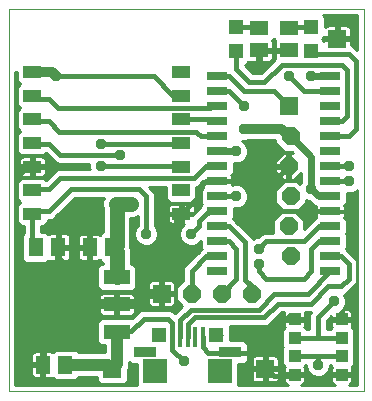
<source format=gtl>
G75*
%MOIN*%
%OFA0B0*%
%FSLAX25Y25*%
%IPPOS*%
%LPD*%
%AMOC8*
5,1,8,0,0,1.08239X$1,22.5*
%
%ADD10C,0.00000*%
%ADD11R,0.05118X0.05906*%
%ADD12R,0.06693X0.02559*%
%ADD13R,0.06000X0.06000*%
%ADD14OC8,0.06000*%
%ADD15R,0.04724X0.04724*%
%ADD16R,0.06299X0.05118*%
%ADD17R,0.05906X0.03937*%
%ADD18R,0.08800X0.04800*%
%ADD19R,0.08661X0.14173*%
%ADD20R,0.01575X0.06890*%
%ADD21R,0.07874X0.07874*%
%ADD22R,0.07600X0.03800*%
%ADD23R,0.03937X0.03937*%
%ADD24R,0.05118X0.06299*%
%ADD25C,0.03762*%
%ADD26C,0.05000*%
%ADD27C,0.02400*%
%ADD28C,0.03200*%
%ADD29C,0.04000*%
%ADD30C,0.01600*%
%ADD31C,0.01000*%
D10*
X0001000Y0004800D02*
X0001000Y0132261D01*
X0119301Y0132261D01*
X0119301Y0004800D01*
X0001000Y0004800D01*
X0048986Y0023622D02*
X0048988Y0023713D01*
X0048994Y0023803D01*
X0049004Y0023894D01*
X0049018Y0023983D01*
X0049036Y0024072D01*
X0049057Y0024161D01*
X0049083Y0024248D01*
X0049112Y0024334D01*
X0049146Y0024418D01*
X0049182Y0024501D01*
X0049223Y0024583D01*
X0049267Y0024662D01*
X0049314Y0024740D01*
X0049365Y0024815D01*
X0049419Y0024888D01*
X0049476Y0024958D01*
X0049536Y0025026D01*
X0049599Y0025092D01*
X0049665Y0025154D01*
X0049734Y0025213D01*
X0049805Y0025270D01*
X0049879Y0025323D01*
X0049955Y0025373D01*
X0050033Y0025420D01*
X0050113Y0025463D01*
X0050194Y0025502D01*
X0050278Y0025538D01*
X0050363Y0025570D01*
X0050449Y0025599D01*
X0050536Y0025623D01*
X0050625Y0025644D01*
X0050714Y0025661D01*
X0050804Y0025674D01*
X0050894Y0025683D01*
X0050985Y0025688D01*
X0051076Y0025689D01*
X0051166Y0025686D01*
X0051257Y0025679D01*
X0051347Y0025668D01*
X0051437Y0025653D01*
X0051526Y0025634D01*
X0051614Y0025612D01*
X0051700Y0025585D01*
X0051786Y0025555D01*
X0051870Y0025521D01*
X0051953Y0025483D01*
X0052034Y0025442D01*
X0052113Y0025397D01*
X0052190Y0025348D01*
X0052264Y0025297D01*
X0052337Y0025242D01*
X0052407Y0025184D01*
X0052474Y0025123D01*
X0052538Y0025059D01*
X0052600Y0024993D01*
X0052659Y0024923D01*
X0052714Y0024852D01*
X0052767Y0024777D01*
X0052816Y0024701D01*
X0052862Y0024623D01*
X0052904Y0024542D01*
X0052943Y0024460D01*
X0052978Y0024376D01*
X0053009Y0024291D01*
X0053036Y0024204D01*
X0053060Y0024117D01*
X0053080Y0024028D01*
X0053096Y0023939D01*
X0053108Y0023849D01*
X0053116Y0023758D01*
X0053120Y0023667D01*
X0053120Y0023577D01*
X0053116Y0023486D01*
X0053108Y0023395D01*
X0053096Y0023305D01*
X0053080Y0023216D01*
X0053060Y0023127D01*
X0053036Y0023040D01*
X0053009Y0022953D01*
X0052978Y0022868D01*
X0052943Y0022784D01*
X0052904Y0022702D01*
X0052862Y0022621D01*
X0052816Y0022543D01*
X0052767Y0022467D01*
X0052714Y0022392D01*
X0052659Y0022321D01*
X0052600Y0022251D01*
X0052538Y0022185D01*
X0052474Y0022121D01*
X0052407Y0022060D01*
X0052337Y0022002D01*
X0052264Y0021947D01*
X0052190Y0021896D01*
X0052113Y0021847D01*
X0052034Y0021802D01*
X0051953Y0021761D01*
X0051870Y0021723D01*
X0051786Y0021689D01*
X0051700Y0021659D01*
X0051614Y0021632D01*
X0051526Y0021610D01*
X0051437Y0021591D01*
X0051347Y0021576D01*
X0051257Y0021565D01*
X0051166Y0021558D01*
X0051076Y0021555D01*
X0050985Y0021556D01*
X0050894Y0021561D01*
X0050804Y0021570D01*
X0050714Y0021583D01*
X0050625Y0021600D01*
X0050536Y0021621D01*
X0050449Y0021645D01*
X0050363Y0021674D01*
X0050278Y0021706D01*
X0050194Y0021742D01*
X0050113Y0021781D01*
X0050033Y0021824D01*
X0049955Y0021871D01*
X0049879Y0021921D01*
X0049805Y0021974D01*
X0049734Y0022031D01*
X0049665Y0022090D01*
X0049599Y0022152D01*
X0049536Y0022218D01*
X0049476Y0022286D01*
X0049419Y0022356D01*
X0049365Y0022429D01*
X0049314Y0022504D01*
X0049267Y0022582D01*
X0049223Y0022661D01*
X0049182Y0022743D01*
X0049146Y0022826D01*
X0049112Y0022910D01*
X0049083Y0022996D01*
X0049057Y0023083D01*
X0049036Y0023172D01*
X0049018Y0023261D01*
X0049004Y0023350D01*
X0048994Y0023441D01*
X0048988Y0023531D01*
X0048986Y0023622D01*
X0068080Y0023622D02*
X0068082Y0023713D01*
X0068088Y0023803D01*
X0068098Y0023894D01*
X0068112Y0023983D01*
X0068130Y0024072D01*
X0068151Y0024161D01*
X0068177Y0024248D01*
X0068206Y0024334D01*
X0068240Y0024418D01*
X0068276Y0024501D01*
X0068317Y0024583D01*
X0068361Y0024662D01*
X0068408Y0024740D01*
X0068459Y0024815D01*
X0068513Y0024888D01*
X0068570Y0024958D01*
X0068630Y0025026D01*
X0068693Y0025092D01*
X0068759Y0025154D01*
X0068828Y0025213D01*
X0068899Y0025270D01*
X0068973Y0025323D01*
X0069049Y0025373D01*
X0069127Y0025420D01*
X0069207Y0025463D01*
X0069288Y0025502D01*
X0069372Y0025538D01*
X0069457Y0025570D01*
X0069543Y0025599D01*
X0069630Y0025623D01*
X0069719Y0025644D01*
X0069808Y0025661D01*
X0069898Y0025674D01*
X0069988Y0025683D01*
X0070079Y0025688D01*
X0070170Y0025689D01*
X0070260Y0025686D01*
X0070351Y0025679D01*
X0070441Y0025668D01*
X0070531Y0025653D01*
X0070620Y0025634D01*
X0070708Y0025612D01*
X0070794Y0025585D01*
X0070880Y0025555D01*
X0070964Y0025521D01*
X0071047Y0025483D01*
X0071128Y0025442D01*
X0071207Y0025397D01*
X0071284Y0025348D01*
X0071358Y0025297D01*
X0071431Y0025242D01*
X0071501Y0025184D01*
X0071568Y0025123D01*
X0071632Y0025059D01*
X0071694Y0024993D01*
X0071753Y0024923D01*
X0071808Y0024852D01*
X0071861Y0024777D01*
X0071910Y0024701D01*
X0071956Y0024623D01*
X0071998Y0024542D01*
X0072037Y0024460D01*
X0072072Y0024376D01*
X0072103Y0024291D01*
X0072130Y0024204D01*
X0072154Y0024117D01*
X0072174Y0024028D01*
X0072190Y0023939D01*
X0072202Y0023849D01*
X0072210Y0023758D01*
X0072214Y0023667D01*
X0072214Y0023577D01*
X0072210Y0023486D01*
X0072202Y0023395D01*
X0072190Y0023305D01*
X0072174Y0023216D01*
X0072154Y0023127D01*
X0072130Y0023040D01*
X0072103Y0022953D01*
X0072072Y0022868D01*
X0072037Y0022784D01*
X0071998Y0022702D01*
X0071956Y0022621D01*
X0071910Y0022543D01*
X0071861Y0022467D01*
X0071808Y0022392D01*
X0071753Y0022321D01*
X0071694Y0022251D01*
X0071632Y0022185D01*
X0071568Y0022121D01*
X0071501Y0022060D01*
X0071431Y0022002D01*
X0071358Y0021947D01*
X0071284Y0021896D01*
X0071207Y0021847D01*
X0071128Y0021802D01*
X0071047Y0021761D01*
X0070964Y0021723D01*
X0070880Y0021689D01*
X0070794Y0021659D01*
X0070708Y0021632D01*
X0070620Y0021610D01*
X0070531Y0021591D01*
X0070441Y0021576D01*
X0070351Y0021565D01*
X0070260Y0021558D01*
X0070170Y0021555D01*
X0070079Y0021556D01*
X0069988Y0021561D01*
X0069898Y0021570D01*
X0069808Y0021583D01*
X0069719Y0021600D01*
X0069630Y0021621D01*
X0069543Y0021645D01*
X0069457Y0021674D01*
X0069372Y0021706D01*
X0069288Y0021742D01*
X0069207Y0021781D01*
X0069127Y0021824D01*
X0069049Y0021871D01*
X0068973Y0021921D01*
X0068899Y0021974D01*
X0068828Y0022031D01*
X0068759Y0022090D01*
X0068693Y0022152D01*
X0068630Y0022218D01*
X0068570Y0022286D01*
X0068513Y0022356D01*
X0068459Y0022429D01*
X0068408Y0022504D01*
X0068361Y0022582D01*
X0068317Y0022661D01*
X0068276Y0022743D01*
X0068240Y0022826D01*
X0068206Y0022910D01*
X0068177Y0022996D01*
X0068151Y0023083D01*
X0068130Y0023172D01*
X0068112Y0023261D01*
X0068098Y0023350D01*
X0068088Y0023441D01*
X0068082Y0023531D01*
X0068080Y0023622D01*
D11*
X0035440Y0052800D03*
X0027960Y0052800D03*
X0019840Y0013700D03*
X0012360Y0013700D03*
D12*
X0070481Y0044800D03*
X0070481Y0049800D03*
X0070481Y0054800D03*
X0070481Y0059800D03*
X0070481Y0064800D03*
X0070481Y0069800D03*
X0070481Y0074800D03*
X0070481Y0079800D03*
X0070481Y0084800D03*
X0070481Y0089800D03*
X0070481Y0094800D03*
X0070481Y0099800D03*
X0070481Y0104800D03*
X0070481Y0109800D03*
X0108119Y0109800D03*
X0108119Y0104800D03*
X0108119Y0099800D03*
X0108119Y0094800D03*
X0108119Y0089800D03*
X0108119Y0084800D03*
X0108119Y0079800D03*
X0108119Y0074800D03*
X0108119Y0069800D03*
X0108119Y0064800D03*
X0108119Y0059800D03*
X0108119Y0054800D03*
X0108119Y0049800D03*
X0108119Y0044800D03*
D13*
X0086400Y0012300D03*
X0051900Y0037400D03*
X0035500Y0012300D03*
X0094300Y0099800D03*
X0110500Y0122300D03*
D14*
X0094925Y0089800D03*
X0094300Y0079800D03*
X0094925Y0069800D03*
X0094300Y0059800D03*
X0094925Y0049800D03*
X0081900Y0037400D03*
X0071900Y0037400D03*
X0061900Y0037400D03*
D15*
X0070148Y0023640D03*
X0051038Y0023640D03*
X0076800Y0118166D03*
X0076800Y0126434D03*
X0101800Y0126434D03*
X0101800Y0118166D03*
D16*
X0094300Y0118560D03*
X0094300Y0126040D03*
X0084300Y0126040D03*
X0084300Y0118560D03*
D17*
X0058434Y0111198D03*
X0058434Y0103324D03*
X0058434Y0095450D03*
X0058434Y0087576D03*
X0058434Y0079702D03*
X0058434Y0071828D03*
X0058434Y0063954D03*
X0008828Y0063954D03*
X0008828Y0071828D03*
X0008828Y0079702D03*
X0008828Y0087576D03*
X0008828Y0095450D03*
X0008828Y0103324D03*
X0008828Y0111198D03*
D18*
X0037000Y0042900D03*
X0037000Y0033800D03*
X0037000Y0024700D03*
D19*
X0012599Y0033800D03*
D20*
X0055482Y0022815D03*
X0058041Y0022815D03*
X0060600Y0022815D03*
X0063159Y0022815D03*
X0065718Y0022815D03*
D21*
X0071328Y0011693D03*
X0049872Y0011693D03*
D22*
X0046404Y0017900D03*
X0074781Y0017868D03*
D23*
X0096226Y0016650D03*
X0096226Y0022550D03*
X0096226Y0028850D03*
X0111974Y0028850D03*
X0111974Y0022550D03*
X0111974Y0016650D03*
X0111974Y0010350D03*
X0096226Y0010350D03*
D24*
X0017440Y0052800D03*
X0009960Y0052800D03*
D25*
X0024800Y0038100D03*
X0024800Y0033700D03*
X0024800Y0029300D03*
X0046800Y0057300D03*
X0041800Y0067300D03*
X0036800Y0067300D03*
X0031800Y0079800D03*
X0037900Y0083500D03*
X0031800Y0087300D03*
X0016800Y0109800D03*
X0061800Y0057300D03*
X0076800Y0069800D03*
X0076800Y0074800D03*
X0076800Y0084800D03*
X0076800Y0084800D03*
X0079300Y0092300D03*
X0084300Y0084800D03*
X0079300Y0099800D03*
X0084300Y0112300D03*
X0094300Y0109800D03*
X0101800Y0109800D03*
X0114300Y0079800D03*
X0114300Y0074800D03*
X0101800Y0072300D03*
X0084300Y0052300D03*
X0084300Y0047300D03*
X0109300Y0034800D03*
X0104100Y0013600D03*
X0059300Y0014800D03*
D26*
X0037000Y0042900D02*
X0037000Y0051240D01*
X0036900Y0053700D02*
X0036900Y0067200D01*
X0036800Y0067300D01*
X0041800Y0067300D01*
D27*
X0017440Y0049160D02*
X0024300Y0042300D01*
X0024300Y0029800D01*
X0024800Y0029300D01*
X0024800Y0033700D02*
X0024800Y0038100D01*
X0017440Y0049160D02*
X0017440Y0052800D01*
X0070481Y0084800D02*
X0076800Y0084800D01*
X0094925Y0089800D02*
X0101800Y0082925D01*
X0101800Y0072300D01*
X0104300Y0069800D01*
X0108119Y0069800D01*
X0108119Y0109800D02*
X0101800Y0109800D01*
X0084300Y0112300D02*
X0084300Y0118560D01*
D28*
X0079300Y0092300D02*
X0091800Y0092300D01*
X0094300Y0089800D01*
X0094925Y0089800D01*
X0051900Y0037400D02*
X0051800Y0037300D01*
X0046800Y0037300D01*
X0043300Y0033800D01*
X0037000Y0033800D01*
X0012599Y0033800D01*
X0016800Y0109800D02*
X0015402Y0111198D01*
X0008828Y0111198D01*
D29*
X0036900Y0053700D02*
X0036000Y0052800D01*
X0035440Y0052800D01*
X0037000Y0051240D01*
X0037000Y0024700D02*
X0037000Y0013800D01*
X0035500Y0012300D01*
X0034100Y0013700D01*
X0019840Y0013700D01*
D30*
X0012599Y0013700D02*
X0012599Y0033800D01*
X0003500Y0042899D01*
X0003500Y0076000D01*
X0007102Y0079702D01*
X0008828Y0079702D01*
X0009300Y0072300D02*
X0008828Y0071828D01*
X0009300Y0072300D02*
X0014300Y0072300D01*
X0017900Y0075900D01*
X0062700Y0075900D01*
X0066600Y0079800D01*
X0070481Y0079800D01*
X0070481Y0074800D02*
X0066800Y0074800D01*
X0064300Y0072300D01*
X0064300Y0069800D01*
X0058454Y0063954D01*
X0058434Y0063954D01*
X0056800Y0062320D01*
X0056800Y0059800D01*
X0051900Y0054900D01*
X0051900Y0037400D01*
X0053900Y0029100D02*
X0046100Y0029100D01*
X0041800Y0024800D01*
X0036800Y0024800D01*
X0053900Y0029100D02*
X0055482Y0027518D01*
X0055482Y0022815D01*
X0055482Y0018618D01*
X0059300Y0014800D01*
X0065718Y0019482D02*
X0067500Y0017700D01*
X0086400Y0017700D01*
X0086400Y0021900D01*
X0094300Y0029800D01*
X0095276Y0029800D01*
X0096226Y0028850D01*
X0090700Y0034100D02*
X0101800Y0034100D01*
X0107500Y0039800D01*
X0111800Y0039800D01*
X0114300Y0042300D01*
X0114300Y0047300D01*
X0111800Y0049800D01*
X0108119Y0049800D01*
X0108119Y0054800D02*
X0104300Y0054800D01*
X0101800Y0052300D01*
X0101800Y0044800D01*
X0099300Y0042300D01*
X0086800Y0042300D01*
X0084300Y0044800D01*
X0084300Y0047300D01*
X0084300Y0052300D02*
X0086800Y0054800D01*
X0099300Y0054800D01*
X0104300Y0059800D01*
X0108119Y0059800D01*
X0108119Y0064800D02*
X0091800Y0064800D01*
X0089300Y0067300D01*
X0089300Y0074800D01*
X0084300Y0079800D01*
X0084300Y0084800D01*
X0084300Y0082300D01*
X0076800Y0074800D01*
X0070481Y0074800D01*
X0070481Y0069800D02*
X0076800Y0069800D01*
X0070481Y0064800D02*
X0067000Y0064400D01*
X0064300Y0061700D01*
X0064300Y0059800D01*
X0061800Y0057300D01*
X0066800Y0049800D02*
X0070481Y0049800D01*
X0066800Y0049800D02*
X0061900Y0044900D01*
X0061900Y0037400D01*
X0061600Y0032100D02*
X0084300Y0032100D01*
X0089500Y0037300D01*
X0100619Y0037300D01*
X0108119Y0044800D01*
X0109300Y0034800D02*
X0104100Y0029600D01*
X0104100Y0022600D01*
X0096226Y0022550D01*
X0111974Y0022550D01*
X0111974Y0016650D02*
X0104100Y0016700D01*
X0096226Y0016650D01*
X0096226Y0010350D02*
X0095676Y0009800D01*
X0089300Y0009800D01*
X0086800Y0012300D01*
X0086400Y0012300D01*
X0086400Y0017700D01*
X0086100Y0029500D02*
X0090700Y0034100D01*
X0086100Y0029500D02*
X0062900Y0029500D01*
X0060700Y0027300D01*
X0060600Y0022815D01*
X0058041Y0022815D02*
X0057941Y0028541D01*
X0061600Y0032100D01*
X0065718Y0022815D02*
X0065718Y0019482D01*
X0071900Y0037400D02*
X0076800Y0042300D01*
X0076800Y0052300D01*
X0074300Y0054800D01*
X0070481Y0054800D01*
X0070481Y0059800D02*
X0074300Y0059800D01*
X0079600Y0054500D01*
X0079600Y0042100D01*
X0081900Y0039800D01*
X0081900Y0037400D01*
X0104100Y0016700D02*
X0104100Y0013600D01*
X0070181Y0064500D02*
X0070481Y0064800D01*
X0058434Y0079702D02*
X0058335Y0079800D01*
X0031800Y0079800D01*
X0037900Y0083500D02*
X0018000Y0083600D01*
X0014300Y0087300D01*
X0009103Y0087300D01*
X0008828Y0087576D01*
X0009477Y0094800D02*
X0008828Y0095450D01*
X0009477Y0094800D02*
X0014300Y0094800D01*
X0017700Y0091400D01*
X0063500Y0091400D01*
X0065100Y0089800D01*
X0070481Y0089800D01*
X0070481Y0094800D02*
X0069831Y0095450D01*
X0058434Y0095450D01*
X0058434Y0103324D02*
X0055776Y0103324D01*
X0049300Y0109800D01*
X0016800Y0109800D01*
X0014300Y0102300D02*
X0009851Y0102300D01*
X0008828Y0103324D01*
X0014300Y0102300D02*
X0017300Y0099300D01*
X0067900Y0099300D01*
X0068400Y0099800D01*
X0070481Y0099800D01*
X0070481Y0104800D02*
X0074300Y0104800D01*
X0079300Y0099800D01*
X0079300Y0104800D02*
X0089300Y0104800D01*
X0094300Y0099800D01*
X0099300Y0104800D02*
X0094300Y0109800D01*
X0091900Y0113600D02*
X0086200Y0107900D01*
X0081200Y0107900D01*
X0076800Y0112300D01*
X0076800Y0118166D01*
X0077700Y0126200D02*
X0084000Y0126200D01*
X0085000Y0118500D02*
X0094000Y0118500D01*
X0091900Y0113600D02*
X0112000Y0113600D01*
X0113600Y0112000D01*
X0113600Y0096500D01*
X0111900Y0094800D01*
X0108119Y0094800D01*
X0108119Y0089800D02*
X0114300Y0089800D01*
X0116800Y0092300D01*
X0116800Y0114800D01*
X0114300Y0117300D01*
X0101800Y0117300D01*
X0101800Y0118166D01*
X0101000Y0126300D02*
X0094700Y0126300D01*
X0099300Y0104800D02*
X0108119Y0104800D01*
X0108119Y0079800D02*
X0114300Y0079800D01*
X0114300Y0074800D02*
X0108119Y0074800D01*
X0094300Y0079800D02*
X0089300Y0074800D01*
X0079300Y0104800D02*
X0074300Y0109800D01*
X0070481Y0109800D01*
X0058434Y0087576D02*
X0058158Y0087300D01*
X0031800Y0087300D01*
X0021800Y0072300D02*
X0044300Y0072300D01*
X0046800Y0069800D01*
X0046800Y0057300D01*
X0027960Y0052800D02*
X0017440Y0052800D01*
X0009960Y0052800D02*
X0008828Y0053932D01*
X0008828Y0063954D01*
X0009674Y0064800D01*
X0014300Y0064800D01*
X0021800Y0072300D01*
X0012599Y0013700D02*
X0012360Y0013700D01*
D31*
X0011860Y0013653D02*
X0003100Y0013653D01*
X0003100Y0014651D02*
X0008301Y0014651D01*
X0008301Y0014200D02*
X0011860Y0014200D01*
X0011860Y0018153D01*
X0009603Y0018153D01*
X0009222Y0018051D01*
X0008880Y0017853D01*
X0008600Y0017574D01*
X0008403Y0017232D01*
X0008301Y0016850D01*
X0008301Y0014200D01*
X0008301Y0013200D02*
X0008301Y0010550D01*
X0008403Y0010168D01*
X0008600Y0009826D01*
X0008880Y0009547D01*
X0009222Y0009349D01*
X0009603Y0009247D01*
X0011860Y0009247D01*
X0011860Y0013200D01*
X0012860Y0013200D01*
X0012860Y0009247D01*
X0015116Y0009247D01*
X0015498Y0009349D01*
X0015632Y0009427D01*
X0016411Y0008647D01*
X0023269Y0008647D01*
X0024222Y0009600D01*
X0030400Y0009600D01*
X0030400Y0008430D01*
X0031630Y0007200D01*
X0039370Y0007200D01*
X0040600Y0008430D01*
X0040600Y0011777D01*
X0041100Y0012984D01*
X0041100Y0014534D01*
X0041734Y0013900D01*
X0043835Y0013900D01*
X0043835Y0006900D01*
X0003100Y0006900D01*
X0003100Y0111200D01*
X0003775Y0111200D01*
X0003775Y0108359D01*
X0004873Y0107261D01*
X0003775Y0106162D01*
X0003775Y0100485D01*
X0004873Y0099387D01*
X0003775Y0098288D01*
X0003775Y0092611D01*
X0004873Y0091513D01*
X0003775Y0090414D01*
X0003775Y0084737D01*
X0005005Y0083507D01*
X0012650Y0083507D01*
X0013321Y0084178D01*
X0015944Y0081555D01*
X0016345Y0081150D01*
X0016352Y0081147D01*
X0016357Y0081141D01*
X0016883Y0080924D01*
X0017409Y0080703D01*
X0017416Y0080703D01*
X0017423Y0080700D01*
X0017994Y0080700D01*
X0027843Y0080651D01*
X0027819Y0080592D01*
X0027819Y0079008D01*
X0027905Y0078800D01*
X0017323Y0078800D01*
X0016257Y0078358D01*
X0013223Y0075324D01*
X0012650Y0075896D01*
X0005005Y0075896D01*
X0003775Y0074666D01*
X0003775Y0068989D01*
X0004873Y0067891D01*
X0003775Y0066792D01*
X0003775Y0061115D01*
X0005005Y0059885D01*
X0005928Y0059885D01*
X0005928Y0057446D01*
X0005301Y0056819D01*
X0005301Y0048781D01*
X0006531Y0047550D01*
X0013389Y0047550D01*
X0014168Y0048330D01*
X0014302Y0048253D01*
X0014684Y0048150D01*
X0016940Y0048150D01*
X0016940Y0052300D01*
X0017940Y0052300D01*
X0017940Y0048150D01*
X0020197Y0048150D01*
X0020578Y0048253D01*
X0020920Y0048450D01*
X0021199Y0048729D01*
X0021397Y0049071D01*
X0021499Y0049453D01*
X0021499Y0052300D01*
X0017940Y0052300D01*
X0017940Y0053300D01*
X0016940Y0053300D01*
X0016940Y0057450D01*
X0014684Y0057450D01*
X0014302Y0057347D01*
X0014168Y0057270D01*
X0013389Y0058050D01*
X0011728Y0058050D01*
X0011728Y0059885D01*
X0012650Y0059885D01*
X0013880Y0061115D01*
X0013880Y0061900D01*
X0014877Y0061900D01*
X0015943Y0062341D01*
X0016758Y0063157D01*
X0023001Y0069400D01*
X0032691Y0069400D01*
X0032200Y0068215D01*
X0032200Y0066385D01*
X0032300Y0066144D01*
X0032300Y0057853D01*
X0032011Y0057853D01*
X0031232Y0057073D01*
X0031098Y0057151D01*
X0030716Y0057253D01*
X0028460Y0057253D01*
X0028460Y0053300D01*
X0027460Y0053300D01*
X0027460Y0057253D01*
X0025203Y0057253D01*
X0024822Y0057151D01*
X0024480Y0056953D01*
X0024200Y0056674D01*
X0024003Y0056332D01*
X0023901Y0055950D01*
X0023901Y0053300D01*
X0027460Y0053300D01*
X0027460Y0052300D01*
X0028460Y0052300D01*
X0028460Y0048347D01*
X0030716Y0048347D01*
X0031098Y0048449D01*
X0031232Y0048527D01*
X0032011Y0047747D01*
X0032400Y0047747D01*
X0032400Y0047400D01*
X0031730Y0047400D01*
X0030500Y0046170D01*
X0030500Y0039630D01*
X0031730Y0038400D01*
X0035844Y0038400D01*
X0036085Y0038300D01*
X0037915Y0038300D01*
X0038156Y0038400D01*
X0042270Y0038400D01*
X0043500Y0039630D01*
X0043500Y0046170D01*
X0042270Y0047400D01*
X0041600Y0047400D01*
X0041600Y0052155D01*
X0041420Y0052591D01*
X0041500Y0052785D01*
X0041500Y0062700D01*
X0042715Y0062700D01*
X0043900Y0063191D01*
X0043900Y0060030D01*
X0043425Y0059555D01*
X0042819Y0058092D01*
X0042819Y0056508D01*
X0043425Y0055045D01*
X0044545Y0053925D01*
X0046008Y0053319D01*
X0047592Y0053319D01*
X0049055Y0053925D01*
X0050175Y0055045D01*
X0050781Y0056508D01*
X0050781Y0058092D01*
X0050175Y0059555D01*
X0049700Y0060030D01*
X0049700Y0070377D01*
X0049258Y0071443D01*
X0048443Y0072258D01*
X0047701Y0073000D01*
X0053381Y0073000D01*
X0053381Y0068989D01*
X0054611Y0067759D01*
X0062256Y0067759D01*
X0063487Y0068989D01*
X0063487Y0073087D01*
X0064343Y0073441D01*
X0065158Y0074257D01*
X0065158Y0074257D01*
X0065841Y0074940D01*
X0070341Y0074940D01*
X0070341Y0074660D01*
X0065635Y0074660D01*
X0065635Y0073323D01*
X0065737Y0072941D01*
X0065843Y0072758D01*
X0065035Y0071949D01*
X0065035Y0067651D01*
X0065385Y0067300D01*
X0065035Y0066949D01*
X0065035Y0066588D01*
X0064832Y0066333D01*
X0061968Y0063469D01*
X0058918Y0063469D01*
X0058918Y0060485D01*
X0059355Y0060485D01*
X0058425Y0059555D01*
X0057819Y0058092D01*
X0057819Y0056508D01*
X0058425Y0055045D01*
X0059545Y0053925D01*
X0061008Y0053319D01*
X0062592Y0053319D01*
X0064055Y0053925D01*
X0065035Y0054905D01*
X0065035Y0052651D01*
X0065348Y0052337D01*
X0065157Y0052258D01*
X0064341Y0051443D01*
X0059441Y0046543D01*
X0059000Y0045477D01*
X0059000Y0041712D01*
X0056800Y0039512D01*
X0056800Y0035288D01*
X0058732Y0033356D01*
X0056299Y0030989D01*
X0056256Y0030970D01*
X0056194Y0030907D01*
X0055543Y0031558D01*
X0054477Y0032000D01*
X0045523Y0032000D01*
X0044457Y0031558D01*
X0042099Y0029200D01*
X0031730Y0029200D01*
X0030500Y0027970D01*
X0030500Y0021430D01*
X0031730Y0020200D01*
X0032900Y0020200D01*
X0032900Y0017800D01*
X0024222Y0017800D01*
X0023269Y0018753D01*
X0016411Y0018753D01*
X0015632Y0017973D01*
X0015498Y0018051D01*
X0015116Y0018153D01*
X0012860Y0018153D01*
X0012860Y0014200D01*
X0011860Y0014200D01*
X0011860Y0013200D01*
X0008301Y0013200D01*
X0008301Y0012654D02*
X0003100Y0012654D01*
X0003100Y0011656D02*
X0008301Y0011656D01*
X0008301Y0010657D02*
X0003100Y0010657D01*
X0003100Y0009659D02*
X0008768Y0009659D01*
X0011860Y0009659D02*
X0012860Y0009659D01*
X0012860Y0010657D02*
X0011860Y0010657D01*
X0011860Y0011656D02*
X0012860Y0011656D01*
X0012860Y0012654D02*
X0011860Y0012654D01*
X0011860Y0014651D02*
X0012860Y0014651D01*
X0012860Y0015650D02*
X0011860Y0015650D01*
X0011860Y0016648D02*
X0012860Y0016648D01*
X0012860Y0017647D02*
X0011860Y0017647D01*
X0008673Y0017647D02*
X0003100Y0017647D01*
X0003100Y0018645D02*
X0016304Y0018645D01*
X0023377Y0018645D02*
X0032900Y0018645D01*
X0032900Y0019644D02*
X0003100Y0019644D01*
X0003100Y0020642D02*
X0031288Y0020642D01*
X0030500Y0021641D02*
X0003100Y0021641D01*
X0003100Y0022639D02*
X0030500Y0022639D01*
X0030500Y0023638D02*
X0003100Y0023638D01*
X0003100Y0024636D02*
X0030500Y0024636D01*
X0030500Y0025635D02*
X0003100Y0025635D01*
X0003100Y0026633D02*
X0030500Y0026633D01*
X0030500Y0027632D02*
X0003100Y0027632D01*
X0003100Y0028630D02*
X0031160Y0028630D01*
X0032021Y0030002D02*
X0032403Y0029900D01*
X0036500Y0029900D01*
X0036500Y0033300D01*
X0037500Y0033300D01*
X0037500Y0034300D01*
X0036500Y0034300D01*
X0036500Y0037700D01*
X0032403Y0037700D01*
X0032021Y0037598D01*
X0031679Y0037400D01*
X0031400Y0037121D01*
X0031202Y0036779D01*
X0031100Y0036397D01*
X0031100Y0034300D01*
X0036500Y0034300D01*
X0036500Y0033300D01*
X0031100Y0033300D01*
X0031100Y0031203D01*
X0031202Y0030821D01*
X0031400Y0030479D01*
X0031679Y0030200D01*
X0032021Y0030002D01*
X0031314Y0030627D02*
X0003100Y0030627D01*
X0003100Y0029629D02*
X0042528Y0029629D01*
X0042321Y0030200D02*
X0042600Y0030479D01*
X0042798Y0030821D01*
X0042900Y0031203D01*
X0042900Y0033300D01*
X0037500Y0033300D01*
X0037500Y0029900D01*
X0041597Y0029900D01*
X0041979Y0030002D01*
X0042321Y0030200D01*
X0042686Y0030627D02*
X0043526Y0030627D01*
X0042900Y0031626D02*
X0044620Y0031626D01*
X0042900Y0032624D02*
X0057980Y0032624D01*
X0058465Y0033623D02*
X0056183Y0033623D01*
X0056100Y0033479D02*
X0056298Y0033821D01*
X0056400Y0034203D01*
X0056400Y0036900D01*
X0052400Y0036900D01*
X0052400Y0037900D01*
X0051400Y0037900D01*
X0051400Y0041900D01*
X0048703Y0041900D01*
X0048321Y0041798D01*
X0047979Y0041600D01*
X0047700Y0041321D01*
X0047502Y0040979D01*
X0047400Y0040597D01*
X0047400Y0037900D01*
X0051400Y0037900D01*
X0051400Y0036900D01*
X0052400Y0036900D01*
X0052400Y0032900D01*
X0055097Y0032900D01*
X0055479Y0033002D01*
X0055821Y0033200D01*
X0056100Y0033479D01*
X0056400Y0034621D02*
X0057466Y0034621D01*
X0056800Y0035620D02*
X0056400Y0035620D01*
X0056400Y0036618D02*
X0056800Y0036618D01*
X0056800Y0037617D02*
X0052400Y0037617D01*
X0052400Y0037900D02*
X0056400Y0037900D01*
X0056400Y0040597D01*
X0056298Y0040979D01*
X0056100Y0041321D01*
X0055821Y0041600D01*
X0055479Y0041798D01*
X0055097Y0041900D01*
X0052400Y0041900D01*
X0052400Y0037900D01*
X0052400Y0038615D02*
X0051400Y0038615D01*
X0051400Y0037617D02*
X0041908Y0037617D01*
X0041979Y0037598D02*
X0041597Y0037700D01*
X0037500Y0037700D01*
X0037500Y0034300D01*
X0042900Y0034300D01*
X0042900Y0036397D01*
X0042798Y0036779D01*
X0042600Y0037121D01*
X0042321Y0037400D01*
X0041979Y0037598D01*
X0042485Y0038615D02*
X0047400Y0038615D01*
X0047400Y0039614D02*
X0043484Y0039614D01*
X0043500Y0040612D02*
X0047404Y0040612D01*
X0047997Y0041611D02*
X0043500Y0041611D01*
X0043500Y0042609D02*
X0059000Y0042609D01*
X0059000Y0043608D02*
X0043500Y0043608D01*
X0043500Y0044606D02*
X0059000Y0044606D01*
X0059053Y0045605D02*
X0043500Y0045605D01*
X0043066Y0046603D02*
X0059502Y0046603D01*
X0060501Y0047602D02*
X0041600Y0047602D01*
X0041600Y0048601D02*
X0061499Y0048601D01*
X0062498Y0049599D02*
X0041600Y0049599D01*
X0041600Y0050598D02*
X0063496Y0050598D01*
X0064495Y0051596D02*
X0041600Y0051596D01*
X0041421Y0052595D02*
X0065091Y0052595D01*
X0065035Y0053593D02*
X0063254Y0053593D01*
X0064722Y0054592D02*
X0065035Y0054592D01*
X0060346Y0053593D02*
X0048254Y0053593D01*
X0049722Y0054592D02*
X0058878Y0054592D01*
X0058199Y0055590D02*
X0050401Y0055590D01*
X0050781Y0056589D02*
X0057819Y0056589D01*
X0057819Y0057587D02*
X0050781Y0057587D01*
X0050577Y0058586D02*
X0058023Y0058586D01*
X0058454Y0059584D02*
X0050146Y0059584D01*
X0049700Y0060583D02*
X0054919Y0060583D01*
X0054902Y0060587D02*
X0055284Y0060485D01*
X0057950Y0060485D01*
X0057950Y0063469D01*
X0058918Y0063469D01*
X0058918Y0064438D01*
X0057950Y0064438D01*
X0057950Y0067422D01*
X0055284Y0067422D01*
X0054902Y0067320D01*
X0054560Y0067122D01*
X0054281Y0066843D01*
X0054083Y0066501D01*
X0053981Y0066120D01*
X0053981Y0064438D01*
X0057950Y0064438D01*
X0057950Y0063469D01*
X0053981Y0063469D01*
X0053981Y0061788D01*
X0054083Y0061406D01*
X0054281Y0061064D01*
X0054560Y0060785D01*
X0054902Y0060587D01*
X0054036Y0061581D02*
X0049700Y0061581D01*
X0049700Y0062580D02*
X0053981Y0062580D01*
X0053981Y0064577D02*
X0049700Y0064577D01*
X0049700Y0065575D02*
X0053981Y0065575D01*
X0054125Y0066574D02*
X0049700Y0066574D01*
X0049700Y0067572D02*
X0065113Y0067572D01*
X0065035Y0068571D02*
X0063068Y0068571D01*
X0063487Y0069569D02*
X0065035Y0069569D01*
X0065035Y0070568D02*
X0063487Y0070568D01*
X0063487Y0071566D02*
X0065035Y0071566D01*
X0065650Y0072565D02*
X0063487Y0072565D01*
X0064465Y0073563D02*
X0065635Y0073563D01*
X0065635Y0074562D02*
X0065463Y0074562D01*
X0070621Y0074660D02*
X0070621Y0074940D01*
X0075328Y0074940D01*
X0075328Y0076277D01*
X0075225Y0076659D01*
X0075119Y0076842D01*
X0075928Y0077651D01*
X0075928Y0080852D01*
X0076008Y0080819D01*
X0077592Y0080819D01*
X0079055Y0081425D01*
X0080175Y0082545D01*
X0080781Y0084008D01*
X0080781Y0085592D01*
X0080175Y0087055D01*
X0079055Y0088175D01*
X0078708Y0088319D01*
X0080092Y0088319D01*
X0080771Y0088600D01*
X0089825Y0088600D01*
X0089825Y0087688D01*
X0092813Y0084700D01*
X0095358Y0084700D01*
X0095758Y0084300D01*
X0094800Y0084300D01*
X0094800Y0080300D01*
X0093800Y0080300D01*
X0093800Y0084300D01*
X0092436Y0084300D01*
X0089800Y0081664D01*
X0089800Y0080300D01*
X0093800Y0080300D01*
X0093800Y0079300D01*
X0094800Y0079300D01*
X0094800Y0075300D01*
X0096164Y0075300D01*
X0098500Y0077636D01*
X0098500Y0074630D01*
X0098425Y0074555D01*
X0098120Y0073818D01*
X0097037Y0074900D01*
X0092813Y0074900D01*
X0089825Y0071912D01*
X0089825Y0067688D01*
X0092613Y0064900D01*
X0092188Y0064900D01*
X0089200Y0061912D01*
X0089200Y0057700D01*
X0086223Y0057700D01*
X0085157Y0057258D01*
X0084180Y0056281D01*
X0083508Y0056281D01*
X0082222Y0055748D01*
X0082058Y0056143D01*
X0076758Y0061443D01*
X0075943Y0062258D01*
X0075655Y0062378D01*
X0075928Y0062651D01*
X0075928Y0065852D01*
X0076008Y0065819D01*
X0077592Y0065819D01*
X0079055Y0066425D01*
X0080175Y0067545D01*
X0080781Y0069008D01*
X0080781Y0070592D01*
X0080175Y0072055D01*
X0079055Y0073175D01*
X0077592Y0073781D01*
X0076008Y0073781D01*
X0075328Y0073499D01*
X0075328Y0074660D01*
X0070621Y0074660D01*
X0075328Y0074562D02*
X0092474Y0074562D01*
X0092436Y0075300D02*
X0093800Y0075300D01*
X0093800Y0079300D01*
X0089800Y0079300D01*
X0089800Y0077936D01*
X0092436Y0075300D01*
X0092176Y0075560D02*
X0075328Y0075560D01*
X0075252Y0076559D02*
X0091177Y0076559D01*
X0090179Y0077557D02*
X0075834Y0077557D01*
X0075928Y0078556D02*
X0089800Y0078556D01*
X0089800Y0080553D02*
X0075928Y0080553D01*
X0075928Y0079554D02*
X0093800Y0079554D01*
X0093800Y0078556D02*
X0094800Y0078556D01*
X0094800Y0077557D02*
X0093800Y0077557D01*
X0093800Y0076559D02*
X0094800Y0076559D01*
X0094800Y0075560D02*
X0093800Y0075560D01*
X0096424Y0075560D02*
X0098500Y0075560D01*
X0098500Y0076559D02*
X0097423Y0076559D01*
X0098421Y0077557D02*
X0098500Y0077557D01*
X0098432Y0074562D02*
X0097376Y0074562D01*
X0100025Y0068726D02*
X0101008Y0068319D01*
X0101114Y0068319D01*
X0102431Y0067002D01*
X0103363Y0066616D01*
X0103272Y0066277D01*
X0103272Y0064940D01*
X0107979Y0064940D01*
X0107979Y0064660D01*
X0103272Y0064660D01*
X0103272Y0063323D01*
X0103375Y0062941D01*
X0103481Y0062758D01*
X0103211Y0062488D01*
X0102657Y0062258D01*
X0101841Y0061443D01*
X0099400Y0059001D01*
X0099400Y0061912D01*
X0096612Y0064700D01*
X0097037Y0064700D01*
X0100025Y0067688D01*
X0100025Y0068726D01*
X0100025Y0068571D02*
X0100400Y0068571D01*
X0099910Y0067572D02*
X0101861Y0067572D01*
X0103352Y0066574D02*
X0098911Y0066574D01*
X0097913Y0065575D02*
X0103272Y0065575D01*
X0103272Y0064577D02*
X0096736Y0064577D01*
X0097734Y0063578D02*
X0103272Y0063578D01*
X0103303Y0062580D02*
X0098733Y0062580D01*
X0099400Y0061581D02*
X0101980Y0061581D01*
X0101841Y0061443D02*
X0101841Y0061443D01*
X0100981Y0060583D02*
X0099400Y0060583D01*
X0099400Y0059584D02*
X0099983Y0059584D01*
X0091864Y0064577D02*
X0075928Y0064577D01*
X0075928Y0065575D02*
X0091937Y0065575D01*
X0090939Y0066574D02*
X0079204Y0066574D01*
X0080186Y0067572D02*
X0089940Y0067572D01*
X0089825Y0068571D02*
X0080600Y0068571D01*
X0080781Y0069569D02*
X0089825Y0069569D01*
X0089825Y0070568D02*
X0080781Y0070568D01*
X0080377Y0071566D02*
X0089825Y0071566D01*
X0090477Y0072565D02*
X0079665Y0072565D01*
X0078118Y0073563D02*
X0091476Y0073563D01*
X0093800Y0080553D02*
X0094800Y0080553D01*
X0094800Y0081551D02*
X0093800Y0081551D01*
X0093800Y0082550D02*
X0094800Y0082550D01*
X0094800Y0083548D02*
X0093800Y0083548D01*
X0091967Y0085545D02*
X0080781Y0085545D01*
X0080781Y0084547D02*
X0095511Y0084547D01*
X0091684Y0083548D02*
X0080591Y0083548D01*
X0080177Y0082550D02*
X0090686Y0082550D01*
X0089800Y0081551D02*
X0079182Y0081551D01*
X0080387Y0086544D02*
X0090969Y0086544D01*
X0089970Y0087542D02*
X0079688Y0087542D01*
X0080628Y0088541D02*
X0089825Y0088541D01*
X0075482Y0073563D02*
X0075328Y0073563D01*
X0075928Y0063578D02*
X0090866Y0063578D01*
X0089867Y0062580D02*
X0075857Y0062580D01*
X0076620Y0061581D02*
X0089200Y0061581D01*
X0089200Y0060583D02*
X0077619Y0060583D01*
X0078617Y0059584D02*
X0089200Y0059584D01*
X0089200Y0058586D02*
X0079616Y0058586D01*
X0080614Y0057587D02*
X0085951Y0057587D01*
X0084487Y0056589D02*
X0081613Y0056589D01*
X0065023Y0066574D02*
X0062742Y0066574D01*
X0062784Y0066501D02*
X0062587Y0066843D01*
X0062308Y0067122D01*
X0061966Y0067320D01*
X0061584Y0067422D01*
X0058918Y0067422D01*
X0058918Y0064438D01*
X0062887Y0064438D01*
X0062887Y0066120D01*
X0062784Y0066501D01*
X0062887Y0065575D02*
X0064074Y0065575D01*
X0063075Y0064577D02*
X0062887Y0064577D01*
X0062077Y0063578D02*
X0058918Y0063578D01*
X0057950Y0063578D02*
X0049700Y0063578D01*
X0049700Y0068571D02*
X0053800Y0068571D01*
X0053381Y0069569D02*
X0049700Y0069569D01*
X0049621Y0070568D02*
X0053381Y0070568D01*
X0053381Y0071566D02*
X0049135Y0071566D01*
X0048136Y0072565D02*
X0053381Y0072565D01*
X0057950Y0066574D02*
X0058918Y0066574D01*
X0058918Y0065575D02*
X0057950Y0065575D01*
X0057950Y0064577D02*
X0058918Y0064577D01*
X0058918Y0062580D02*
X0057950Y0062580D01*
X0057950Y0061581D02*
X0058918Y0061581D01*
X0058918Y0060583D02*
X0057950Y0060583D01*
X0045346Y0053593D02*
X0041500Y0053593D01*
X0041500Y0054592D02*
X0043878Y0054592D01*
X0043199Y0055590D02*
X0041500Y0055590D01*
X0041500Y0056589D02*
X0042819Y0056589D01*
X0042819Y0057587D02*
X0041500Y0057587D01*
X0041500Y0058586D02*
X0043023Y0058586D01*
X0043454Y0059584D02*
X0041500Y0059584D01*
X0041500Y0060583D02*
X0043900Y0060583D01*
X0043900Y0061581D02*
X0041500Y0061581D01*
X0041500Y0062580D02*
X0043900Y0062580D01*
X0032300Y0062580D02*
X0016181Y0062580D01*
X0017179Y0063578D02*
X0032300Y0063578D01*
X0032300Y0064577D02*
X0018178Y0064577D01*
X0019176Y0065575D02*
X0032300Y0065575D01*
X0032200Y0066574D02*
X0020175Y0066574D01*
X0021173Y0067572D02*
X0032200Y0067572D01*
X0032347Y0068571D02*
X0022172Y0068571D01*
X0015456Y0077557D02*
X0013280Y0077557D01*
X0013280Y0077536D02*
X0013280Y0079217D01*
X0009312Y0079217D01*
X0009312Y0076233D01*
X0011978Y0076233D01*
X0012359Y0076335D01*
X0012701Y0076533D01*
X0012981Y0076812D01*
X0013178Y0077154D01*
X0013280Y0077536D01*
X0013280Y0078556D02*
X0016734Y0078556D01*
X0014458Y0076559D02*
X0012727Y0076559D01*
X0012986Y0075560D02*
X0013459Y0075560D01*
X0013280Y0080186D02*
X0013280Y0081868D01*
X0013178Y0082249D01*
X0012981Y0082591D01*
X0012701Y0082870D01*
X0012359Y0083068D01*
X0011978Y0083170D01*
X0009312Y0083170D01*
X0009312Y0080186D01*
X0013280Y0080186D01*
X0013280Y0080553D02*
X0027819Y0080553D01*
X0027819Y0079554D02*
X0009312Y0079554D01*
X0009312Y0079217D02*
X0009312Y0080186D01*
X0008343Y0080186D01*
X0008343Y0079217D01*
X0009312Y0079217D01*
X0009312Y0078556D02*
X0008343Y0078556D01*
X0008343Y0079217D02*
X0008343Y0076233D01*
X0005677Y0076233D01*
X0005296Y0076335D01*
X0004954Y0076533D01*
X0004675Y0076812D01*
X0004477Y0077154D01*
X0004375Y0077536D01*
X0004375Y0079217D01*
X0008343Y0079217D01*
X0008343Y0079554D02*
X0003100Y0079554D01*
X0003100Y0078556D02*
X0004375Y0078556D01*
X0004375Y0077557D02*
X0003100Y0077557D01*
X0003100Y0076559D02*
X0004928Y0076559D01*
X0004669Y0075560D02*
X0003100Y0075560D01*
X0003100Y0074562D02*
X0003775Y0074562D01*
X0003775Y0073563D02*
X0003100Y0073563D01*
X0003100Y0072565D02*
X0003775Y0072565D01*
X0003775Y0071566D02*
X0003100Y0071566D01*
X0003100Y0070568D02*
X0003775Y0070568D01*
X0003775Y0069569D02*
X0003100Y0069569D01*
X0003100Y0068571D02*
X0004193Y0068571D01*
X0004555Y0067572D02*
X0003100Y0067572D01*
X0003100Y0066574D02*
X0003775Y0066574D01*
X0003775Y0065575D02*
X0003100Y0065575D01*
X0003100Y0064577D02*
X0003775Y0064577D01*
X0003775Y0063578D02*
X0003100Y0063578D01*
X0003100Y0062580D02*
X0003775Y0062580D01*
X0003775Y0061581D02*
X0003100Y0061581D01*
X0003100Y0060583D02*
X0004307Y0060583D01*
X0003100Y0059584D02*
X0005928Y0059584D01*
X0005928Y0058586D02*
X0003100Y0058586D01*
X0003100Y0057587D02*
X0005928Y0057587D01*
X0005301Y0056589D02*
X0003100Y0056589D01*
X0003100Y0055590D02*
X0005301Y0055590D01*
X0005301Y0054592D02*
X0003100Y0054592D01*
X0003100Y0053593D02*
X0005301Y0053593D01*
X0005301Y0052595D02*
X0003100Y0052595D01*
X0003100Y0051596D02*
X0005301Y0051596D01*
X0005301Y0050598D02*
X0003100Y0050598D01*
X0003100Y0049599D02*
X0005301Y0049599D01*
X0005481Y0048601D02*
X0003100Y0048601D01*
X0003100Y0047602D02*
X0006479Y0047602D01*
X0003100Y0046603D02*
X0030934Y0046603D01*
X0030500Y0045605D02*
X0003100Y0045605D01*
X0003100Y0044606D02*
X0030500Y0044606D01*
X0030500Y0043608D02*
X0003100Y0043608D01*
X0003100Y0042609D02*
X0030500Y0042609D01*
X0030500Y0041611D02*
X0003100Y0041611D01*
X0003100Y0040612D02*
X0030500Y0040612D01*
X0030516Y0039614D02*
X0003100Y0039614D01*
X0003100Y0038615D02*
X0031515Y0038615D01*
X0032092Y0037617D02*
X0003100Y0037617D01*
X0003100Y0036618D02*
X0031159Y0036618D01*
X0031100Y0035620D02*
X0003100Y0035620D01*
X0003100Y0034621D02*
X0031100Y0034621D01*
X0031100Y0032624D02*
X0003100Y0032624D01*
X0003100Y0031626D02*
X0031100Y0031626D01*
X0036500Y0031626D02*
X0037500Y0031626D01*
X0037500Y0032624D02*
X0036500Y0032624D01*
X0036500Y0033623D02*
X0003100Y0033623D01*
X0013440Y0047602D02*
X0032400Y0047602D01*
X0028460Y0048601D02*
X0027460Y0048601D01*
X0027460Y0048347D02*
X0027460Y0052300D01*
X0023901Y0052300D01*
X0023901Y0049650D01*
X0024003Y0049268D01*
X0024200Y0048926D01*
X0024480Y0048647D01*
X0024822Y0048449D01*
X0025203Y0048347D01*
X0027460Y0048347D01*
X0027460Y0049599D02*
X0028460Y0049599D01*
X0028460Y0050598D02*
X0027460Y0050598D01*
X0027460Y0051596D02*
X0028460Y0051596D01*
X0027460Y0052595D02*
X0017940Y0052595D01*
X0017940Y0053300D02*
X0021499Y0053300D01*
X0021499Y0056147D01*
X0021397Y0056529D01*
X0021199Y0056871D01*
X0020920Y0057150D01*
X0020578Y0057347D01*
X0020197Y0057450D01*
X0017940Y0057450D01*
X0017940Y0053300D01*
X0017940Y0053593D02*
X0016940Y0053593D01*
X0016940Y0054592D02*
X0017940Y0054592D01*
X0017940Y0055590D02*
X0016940Y0055590D01*
X0016940Y0056589D02*
X0017940Y0056589D01*
X0021362Y0056589D02*
X0024151Y0056589D01*
X0023901Y0055590D02*
X0021499Y0055590D01*
X0021499Y0054592D02*
X0023901Y0054592D01*
X0023901Y0053593D02*
X0021499Y0053593D01*
X0021499Y0051596D02*
X0023901Y0051596D01*
X0023901Y0050598D02*
X0021499Y0050598D01*
X0021499Y0049599D02*
X0023914Y0049599D01*
X0024560Y0048601D02*
X0021071Y0048601D01*
X0017940Y0048601D02*
X0016940Y0048601D01*
X0016940Y0049599D02*
X0017940Y0049599D01*
X0017940Y0050598D02*
X0016940Y0050598D01*
X0016940Y0051596D02*
X0017940Y0051596D01*
X0013851Y0057587D02*
X0031746Y0057587D01*
X0032300Y0058586D02*
X0011728Y0058586D01*
X0011728Y0059584D02*
X0032300Y0059584D01*
X0032300Y0060583D02*
X0013348Y0060583D01*
X0013880Y0061581D02*
X0032300Y0061581D01*
X0028460Y0056589D02*
X0027460Y0056589D01*
X0027460Y0055590D02*
X0028460Y0055590D01*
X0028460Y0054592D02*
X0027460Y0054592D01*
X0027460Y0053593D02*
X0028460Y0053593D01*
X0036500Y0037617D02*
X0037500Y0037617D01*
X0037500Y0036618D02*
X0036500Y0036618D01*
X0036500Y0035620D02*
X0037500Y0035620D01*
X0037500Y0034621D02*
X0036500Y0034621D01*
X0037500Y0033623D02*
X0047617Y0033623D01*
X0047700Y0033479D02*
X0047979Y0033200D01*
X0048321Y0033002D01*
X0048703Y0032900D01*
X0051400Y0032900D01*
X0051400Y0036900D01*
X0047400Y0036900D01*
X0047400Y0034203D01*
X0047502Y0033821D01*
X0047700Y0033479D01*
X0047400Y0034621D02*
X0042900Y0034621D01*
X0042900Y0035620D02*
X0047400Y0035620D01*
X0047400Y0036618D02*
X0042841Y0036618D01*
X0037500Y0030627D02*
X0036500Y0030627D01*
X0051400Y0033623D02*
X0052400Y0033623D01*
X0052400Y0034621D02*
X0051400Y0034621D01*
X0051400Y0035620D02*
X0052400Y0035620D01*
X0052400Y0036618D02*
X0051400Y0036618D01*
X0051400Y0039614D02*
X0052400Y0039614D01*
X0052400Y0040612D02*
X0051400Y0040612D01*
X0051400Y0041611D02*
X0052400Y0041611D01*
X0055803Y0041611D02*
X0058898Y0041611D01*
X0057900Y0040612D02*
X0056396Y0040612D01*
X0056400Y0039614D02*
X0056901Y0039614D01*
X0056800Y0038615D02*
X0056400Y0038615D01*
X0056953Y0031626D02*
X0055380Y0031626D01*
X0043835Y0013653D02*
X0041100Y0013653D01*
X0040963Y0012654D02*
X0043835Y0012654D01*
X0043835Y0011656D02*
X0040600Y0011656D01*
X0040600Y0010657D02*
X0043835Y0010657D01*
X0043835Y0009659D02*
X0040600Y0009659D01*
X0040600Y0008660D02*
X0043835Y0008660D01*
X0043835Y0007662D02*
X0039831Y0007662D01*
X0031169Y0007662D02*
X0003100Y0007662D01*
X0003100Y0008660D02*
X0016398Y0008660D01*
X0023282Y0008660D02*
X0030400Y0008660D01*
X0008301Y0015650D02*
X0003100Y0015650D01*
X0003100Y0016648D02*
X0008301Y0016648D01*
X0008343Y0076559D02*
X0009312Y0076559D01*
X0009312Y0077557D02*
X0008343Y0077557D01*
X0008343Y0080186D02*
X0004375Y0080186D01*
X0004375Y0081868D01*
X0004477Y0082249D01*
X0004675Y0082591D01*
X0004954Y0082870D01*
X0005296Y0083068D01*
X0005677Y0083170D01*
X0008343Y0083170D01*
X0008343Y0080186D01*
X0008343Y0080553D02*
X0009312Y0080553D01*
X0009312Y0081551D02*
X0008343Y0081551D01*
X0008343Y0082550D02*
X0009312Y0082550D01*
X0012691Y0083548D02*
X0013950Y0083548D01*
X0013004Y0082550D02*
X0014949Y0082550D01*
X0015947Y0081551D02*
X0013280Y0081551D01*
X0004964Y0083548D02*
X0003100Y0083548D01*
X0003100Y0082550D02*
X0004651Y0082550D01*
X0004375Y0081551D02*
X0003100Y0081551D01*
X0003100Y0080553D02*
X0004375Y0080553D01*
X0003965Y0084547D02*
X0003100Y0084547D01*
X0003100Y0085545D02*
X0003775Y0085545D01*
X0003775Y0086544D02*
X0003100Y0086544D01*
X0003100Y0087542D02*
X0003775Y0087542D01*
X0003775Y0088541D02*
X0003100Y0088541D01*
X0003100Y0089539D02*
X0003775Y0089539D01*
X0003899Y0090538D02*
X0003100Y0090538D01*
X0003100Y0091537D02*
X0004850Y0091537D01*
X0003851Y0092535D02*
X0003100Y0092535D01*
X0003100Y0093534D02*
X0003775Y0093534D01*
X0003775Y0094532D02*
X0003100Y0094532D01*
X0003100Y0095531D02*
X0003775Y0095531D01*
X0003775Y0096529D02*
X0003100Y0096529D01*
X0003100Y0097528D02*
X0003775Y0097528D01*
X0004013Y0098526D02*
X0003100Y0098526D01*
X0003100Y0099525D02*
X0004735Y0099525D01*
X0003775Y0100523D02*
X0003100Y0100523D01*
X0003100Y0101522D02*
X0003775Y0101522D01*
X0003775Y0102520D02*
X0003100Y0102520D01*
X0003100Y0103519D02*
X0003775Y0103519D01*
X0003775Y0104517D02*
X0003100Y0104517D01*
X0003100Y0105516D02*
X0003775Y0105516D01*
X0004127Y0106514D02*
X0003100Y0106514D01*
X0003100Y0107513D02*
X0004621Y0107513D01*
X0003775Y0108511D02*
X0003100Y0108511D01*
X0003100Y0109510D02*
X0003775Y0109510D01*
X0003775Y0110508D02*
X0003100Y0110508D01*
X0076700Y0118400D02*
X0076800Y0118166D01*
X0080830Y0114502D02*
X0080947Y0114502D01*
X0080953Y0114501D02*
X0083800Y0114501D01*
X0083800Y0118060D01*
X0084800Y0118060D01*
X0084800Y0119060D01*
X0088950Y0119060D01*
X0088950Y0121316D01*
X0088847Y0121698D01*
X0088770Y0121832D01*
X0089300Y0122362D01*
X0089830Y0121832D01*
X0089753Y0121698D01*
X0089650Y0121316D01*
X0089650Y0119060D01*
X0093800Y0119060D01*
X0093800Y0118060D01*
X0089650Y0118060D01*
X0089650Y0115803D01*
X0089725Y0115526D01*
X0084999Y0110800D01*
X0082401Y0110800D01*
X0079700Y0113501D01*
X0079700Y0113704D01*
X0080032Y0113704D01*
X0080855Y0114527D01*
X0080953Y0114501D01*
X0080696Y0112505D02*
X0086704Y0112505D01*
X0085706Y0111507D02*
X0081694Y0111507D01*
X0079700Y0113504D02*
X0087703Y0113504D01*
X0087647Y0114501D02*
X0088029Y0114603D01*
X0088371Y0114800D01*
X0088650Y0115080D01*
X0088847Y0115422D01*
X0088950Y0115803D01*
X0088950Y0118060D01*
X0084800Y0118060D01*
X0084800Y0114501D01*
X0087647Y0114501D01*
X0087653Y0114502D02*
X0088701Y0114502D01*
X0088869Y0115501D02*
X0089700Y0115501D01*
X0089650Y0116499D02*
X0088950Y0116499D01*
X0088950Y0117498D02*
X0089650Y0117498D01*
X0089650Y0119495D02*
X0088950Y0119495D01*
X0088950Y0120493D02*
X0089650Y0120493D01*
X0089697Y0121492D02*
X0088903Y0121492D01*
X0085000Y0118500D02*
X0084300Y0118560D01*
X0084800Y0118496D02*
X0093800Y0118496D01*
X0094000Y0118500D02*
X0094300Y0118560D01*
X0094700Y0118400D01*
X0094300Y0126040D02*
X0094700Y0126300D01*
X0101000Y0126300D02*
X0101800Y0126434D01*
X0106262Y0126484D02*
X0106563Y0126484D01*
X0106579Y0126500D02*
X0106300Y0126221D01*
X0106262Y0126156D01*
X0106262Y0129666D01*
X0105767Y0130161D01*
X0117201Y0130161D01*
X0117201Y0118500D01*
X0115943Y0119758D01*
X0115000Y0120149D01*
X0115000Y0121800D01*
X0111000Y0121800D01*
X0111000Y0122800D01*
X0110000Y0122800D01*
X0110000Y0126800D01*
X0107303Y0126800D01*
X0106921Y0126698D01*
X0106579Y0126500D01*
X0106262Y0127483D02*
X0117201Y0127483D01*
X0117201Y0128481D02*
X0106262Y0128481D01*
X0106262Y0129480D02*
X0117201Y0129480D01*
X0117201Y0126484D02*
X0114437Y0126484D01*
X0114421Y0126500D02*
X0114079Y0126698D01*
X0113697Y0126800D01*
X0111000Y0126800D01*
X0111000Y0122800D01*
X0115000Y0122800D01*
X0115000Y0125497D01*
X0114898Y0125879D01*
X0114700Y0126221D01*
X0114421Y0126500D01*
X0115000Y0125486D02*
X0117201Y0125486D01*
X0117201Y0124487D02*
X0115000Y0124487D01*
X0115000Y0123489D02*
X0117201Y0123489D01*
X0117201Y0122490D02*
X0111000Y0122490D01*
X0111000Y0123489D02*
X0110000Y0123489D01*
X0110000Y0122800D02*
X0110000Y0121800D01*
X0106000Y0121800D01*
X0106000Y0121660D01*
X0105360Y0122300D01*
X0106000Y0122940D01*
X0106000Y0122800D01*
X0110000Y0122800D01*
X0110000Y0122490D02*
X0105551Y0122490D01*
X0110000Y0124487D02*
X0111000Y0124487D01*
X0111000Y0125486D02*
X0110000Y0125486D01*
X0110000Y0126484D02*
X0111000Y0126484D01*
X0115000Y0121492D02*
X0117201Y0121492D01*
X0117201Y0120493D02*
X0115000Y0120493D01*
X0116206Y0119495D02*
X0117201Y0119495D01*
X0084800Y0117498D02*
X0083800Y0117498D01*
X0083800Y0116499D02*
X0084800Y0116499D01*
X0084800Y0115501D02*
X0083800Y0115501D01*
X0083800Y0114502D02*
X0084800Y0114502D01*
X0084300Y0126040D02*
X0084000Y0126200D01*
X0077700Y0126200D02*
X0076800Y0126434D01*
X0115092Y0070819D02*
X0116555Y0071425D01*
X0117201Y0072071D01*
X0117201Y0006900D01*
X0114207Y0006900D01*
X0114521Y0006984D01*
X0114864Y0007182D01*
X0115143Y0007461D01*
X0115340Y0007803D01*
X0115443Y0008184D01*
X0115443Y0009866D01*
X0112458Y0009866D01*
X0112458Y0010835D01*
X0115443Y0010835D01*
X0115443Y0012516D01*
X0115340Y0012898D01*
X0115263Y0013032D01*
X0116043Y0013811D01*
X0116043Y0019488D01*
X0115930Y0019600D01*
X0116043Y0019712D01*
X0116043Y0025389D01*
X0115263Y0026168D01*
X0115340Y0026302D01*
X0115443Y0026684D01*
X0115443Y0028365D01*
X0112458Y0028365D01*
X0112458Y0029334D01*
X0111490Y0029334D01*
X0111490Y0031398D01*
X0111555Y0031425D01*
X0112675Y0032545D01*
X0113281Y0034008D01*
X0113281Y0035592D01*
X0112686Y0037028D01*
X0113443Y0037341D01*
X0116758Y0040657D01*
X0117200Y0041723D01*
X0117200Y0042877D01*
X0117200Y0046723D01*
X0117200Y0047877D01*
X0116758Y0048943D01*
X0114258Y0051443D01*
X0113443Y0052258D01*
X0113252Y0052337D01*
X0113565Y0052651D01*
X0113565Y0056949D01*
X0113215Y0057300D01*
X0113565Y0057651D01*
X0113565Y0061949D01*
X0112757Y0062758D01*
X0112863Y0062941D01*
X0112965Y0063323D01*
X0112965Y0064660D01*
X0108259Y0064660D01*
X0108259Y0064940D01*
X0112965Y0064940D01*
X0112965Y0066277D01*
X0112863Y0066659D01*
X0112757Y0066842D01*
X0113565Y0067651D01*
X0113565Y0070819D01*
X0115092Y0070819D01*
X0113565Y0070568D02*
X0117201Y0070568D01*
X0117201Y0071566D02*
X0116696Y0071566D01*
X0117201Y0069569D02*
X0113565Y0069569D01*
X0113565Y0068571D02*
X0117201Y0068571D01*
X0117201Y0067572D02*
X0113487Y0067572D01*
X0112886Y0066574D02*
X0117201Y0066574D01*
X0117201Y0065575D02*
X0112965Y0065575D01*
X0112965Y0064577D02*
X0117201Y0064577D01*
X0117201Y0063578D02*
X0112965Y0063578D01*
X0112935Y0062580D02*
X0117201Y0062580D01*
X0117201Y0061581D02*
X0113565Y0061581D01*
X0113565Y0060583D02*
X0117201Y0060583D01*
X0117201Y0059584D02*
X0113565Y0059584D01*
X0113565Y0058586D02*
X0117201Y0058586D01*
X0117201Y0057587D02*
X0113502Y0057587D01*
X0113565Y0056589D02*
X0117201Y0056589D01*
X0117201Y0055590D02*
X0113565Y0055590D01*
X0113565Y0054592D02*
X0117201Y0054592D01*
X0117201Y0053593D02*
X0113565Y0053593D01*
X0113509Y0052595D02*
X0117201Y0052595D01*
X0117201Y0051596D02*
X0114105Y0051596D01*
X0115104Y0050598D02*
X0117201Y0050598D01*
X0117201Y0049599D02*
X0116102Y0049599D01*
X0116900Y0048601D02*
X0117201Y0048601D01*
X0117200Y0047602D02*
X0117201Y0047602D01*
X0117200Y0046603D02*
X0117201Y0046603D01*
X0117200Y0045605D02*
X0117201Y0045605D01*
X0117200Y0044606D02*
X0117201Y0044606D01*
X0117200Y0043608D02*
X0117201Y0043608D01*
X0117200Y0042609D02*
X0117201Y0042609D01*
X0117201Y0041611D02*
X0117154Y0041611D01*
X0117201Y0040612D02*
X0116714Y0040612D01*
X0117201Y0039614D02*
X0115715Y0039614D01*
X0114717Y0038615D02*
X0117201Y0038615D01*
X0117201Y0037617D02*
X0113718Y0037617D01*
X0112856Y0036618D02*
X0117201Y0036618D01*
X0117201Y0035620D02*
X0113270Y0035620D01*
X0113281Y0034621D02*
X0117201Y0034621D01*
X0117201Y0033623D02*
X0113122Y0033623D01*
X0112708Y0032624D02*
X0117201Y0032624D01*
X0117201Y0031626D02*
X0115208Y0031626D01*
X0115143Y0031739D02*
X0114864Y0032018D01*
X0114521Y0032216D01*
X0114140Y0032318D01*
X0112458Y0032318D01*
X0112458Y0029334D01*
X0115443Y0029334D01*
X0115443Y0031016D01*
X0115340Y0031397D01*
X0115143Y0031739D01*
X0115443Y0030627D02*
X0117201Y0030627D01*
X0117201Y0029629D02*
X0115443Y0029629D01*
X0115443Y0027632D02*
X0117201Y0027632D01*
X0117201Y0028630D02*
X0112458Y0028630D01*
X0111490Y0028630D02*
X0107231Y0028630D01*
X0107000Y0028399D02*
X0108506Y0029904D01*
X0108506Y0029334D01*
X0111490Y0029334D01*
X0111490Y0028365D01*
X0108506Y0028365D01*
X0108506Y0026684D01*
X0108608Y0026302D01*
X0108685Y0026168D01*
X0107967Y0025450D01*
X0107000Y0025450D01*
X0107000Y0028399D01*
X0107000Y0027632D02*
X0108506Y0027632D01*
X0108519Y0026633D02*
X0107000Y0026633D01*
X0107000Y0025635D02*
X0108152Y0025635D01*
X0108230Y0029629D02*
X0108506Y0029629D01*
X0111490Y0029629D02*
X0112458Y0029629D01*
X0112458Y0030627D02*
X0111490Y0030627D01*
X0111756Y0031626D02*
X0112458Y0031626D01*
X0115429Y0026633D02*
X0117201Y0026633D01*
X0117201Y0025635D02*
X0115796Y0025635D01*
X0116043Y0024636D02*
X0117201Y0024636D01*
X0117201Y0023638D02*
X0116043Y0023638D01*
X0116043Y0022639D02*
X0117201Y0022639D01*
X0117201Y0021641D02*
X0116043Y0021641D01*
X0116043Y0020642D02*
X0117201Y0020642D01*
X0117201Y0019644D02*
X0115974Y0019644D01*
X0116043Y0018645D02*
X0117201Y0018645D01*
X0117201Y0017647D02*
X0116043Y0017647D01*
X0116043Y0016648D02*
X0117201Y0016648D01*
X0117201Y0015650D02*
X0116043Y0015650D01*
X0116043Y0014651D02*
X0117201Y0014651D01*
X0117201Y0013653D02*
X0115884Y0013653D01*
X0115406Y0012654D02*
X0117201Y0012654D01*
X0117201Y0011656D02*
X0115443Y0011656D01*
X0115443Y0009659D02*
X0117201Y0009659D01*
X0117201Y0010657D02*
X0112458Y0010657D01*
X0111490Y0010657D02*
X0106787Y0010657D01*
X0106355Y0010225D02*
X0107475Y0011345D01*
X0108081Y0012808D01*
X0108081Y0013636D01*
X0108685Y0013032D01*
X0108608Y0012898D01*
X0108506Y0012516D01*
X0108506Y0010835D01*
X0111490Y0010835D01*
X0111490Y0009866D01*
X0108506Y0009866D01*
X0108506Y0008184D01*
X0108608Y0007803D01*
X0108805Y0007461D01*
X0109084Y0007182D01*
X0109427Y0006984D01*
X0109741Y0006900D01*
X0098459Y0006900D01*
X0098773Y0006984D01*
X0099116Y0007182D01*
X0099395Y0007461D01*
X0099592Y0007803D01*
X0099694Y0008184D01*
X0099694Y0009866D01*
X0096710Y0009866D01*
X0096710Y0010835D01*
X0099694Y0010835D01*
X0099694Y0012516D01*
X0099592Y0012898D01*
X0099515Y0013032D01*
X0100119Y0013636D01*
X0100119Y0012808D01*
X0100725Y0011345D01*
X0101845Y0010225D01*
X0103308Y0009619D01*
X0104892Y0009619D01*
X0106355Y0010225D01*
X0104988Y0009659D02*
X0108506Y0009659D01*
X0108506Y0008660D02*
X0099694Y0008660D01*
X0099694Y0009659D02*
X0103212Y0009659D01*
X0101413Y0010657D02*
X0096710Y0010657D01*
X0095742Y0010657D02*
X0090900Y0010657D01*
X0090900Y0009659D02*
X0092757Y0009659D01*
X0092757Y0009866D02*
X0092757Y0008184D01*
X0092860Y0007803D01*
X0093057Y0007461D01*
X0093336Y0007182D01*
X0093678Y0006984D01*
X0093992Y0006900D01*
X0077365Y0006900D01*
X0077365Y0013868D01*
X0079450Y0013868D01*
X0080681Y0015098D01*
X0080681Y0020638D01*
X0079450Y0021868D01*
X0074610Y0021868D01*
X0074610Y0026600D01*
X0086677Y0026600D01*
X0087743Y0027041D01*
X0091901Y0031200D01*
X0092807Y0031200D01*
X0092757Y0031016D01*
X0092757Y0029334D01*
X0095742Y0029334D01*
X0095742Y0028365D01*
X0092757Y0028365D01*
X0092757Y0026684D01*
X0092860Y0026302D01*
X0092937Y0026168D01*
X0092157Y0025389D01*
X0092157Y0019712D01*
X0092270Y0019600D01*
X0092157Y0019488D01*
X0092157Y0013811D01*
X0092937Y0013032D01*
X0092860Y0012898D01*
X0092757Y0012516D01*
X0092757Y0010835D01*
X0095742Y0010835D01*
X0095742Y0009866D01*
X0092757Y0009866D01*
X0092757Y0008660D02*
X0090763Y0008660D01*
X0090798Y0008721D02*
X0090900Y0009103D01*
X0090900Y0011800D01*
X0086900Y0011800D01*
X0086900Y0012800D01*
X0085900Y0012800D01*
X0085900Y0016800D01*
X0083203Y0016800D01*
X0082821Y0016698D01*
X0082479Y0016500D01*
X0082200Y0016221D01*
X0082002Y0015879D01*
X0081900Y0015497D01*
X0081900Y0012800D01*
X0085900Y0012800D01*
X0085900Y0011800D01*
X0081900Y0011800D01*
X0081900Y0009103D01*
X0082002Y0008721D01*
X0082200Y0008379D01*
X0082479Y0008100D01*
X0082821Y0007902D01*
X0083203Y0007800D01*
X0085900Y0007800D01*
X0085900Y0011800D01*
X0086900Y0011800D01*
X0086900Y0007800D01*
X0089597Y0007800D01*
X0089979Y0007902D01*
X0090321Y0008100D01*
X0090600Y0008379D01*
X0090798Y0008721D01*
X0092941Y0007662D02*
X0077365Y0007662D01*
X0077365Y0008660D02*
X0082037Y0008660D01*
X0081900Y0009659D02*
X0077365Y0009659D01*
X0077365Y0010657D02*
X0081900Y0010657D01*
X0081900Y0011656D02*
X0077365Y0011656D01*
X0077365Y0012654D02*
X0085900Y0012654D01*
X0085900Y0011656D02*
X0086900Y0011656D01*
X0086900Y0012654D02*
X0092794Y0012654D01*
X0092757Y0011656D02*
X0090900Y0011656D01*
X0090900Y0012800D02*
X0090900Y0015497D01*
X0090798Y0015879D01*
X0090600Y0016221D01*
X0090321Y0016500D01*
X0089979Y0016698D01*
X0089597Y0016800D01*
X0086900Y0016800D01*
X0086900Y0012800D01*
X0090900Y0012800D01*
X0090900Y0013653D02*
X0092316Y0013653D01*
X0092157Y0014651D02*
X0090900Y0014651D01*
X0090859Y0015650D02*
X0092157Y0015650D01*
X0092157Y0016648D02*
X0090065Y0016648D01*
X0092157Y0017647D02*
X0080681Y0017647D01*
X0080681Y0018645D02*
X0092157Y0018645D01*
X0092226Y0019644D02*
X0080681Y0019644D01*
X0080676Y0020642D02*
X0092157Y0020642D01*
X0092157Y0021641D02*
X0079678Y0021641D01*
X0080681Y0016648D02*
X0082735Y0016648D01*
X0081941Y0015650D02*
X0080681Y0015650D01*
X0080234Y0014651D02*
X0081900Y0014651D01*
X0081900Y0013653D02*
X0077365Y0013653D01*
X0074610Y0022639D02*
X0092157Y0022639D01*
X0092157Y0023638D02*
X0074610Y0023638D01*
X0074610Y0024636D02*
X0092157Y0024636D01*
X0092404Y0025635D02*
X0074610Y0025635D01*
X0086757Y0026633D02*
X0092771Y0026633D01*
X0092757Y0027632D02*
X0088333Y0027632D01*
X0089332Y0028630D02*
X0095742Y0028630D01*
X0096710Y0028630D02*
X0101200Y0028630D01*
X0101200Y0027632D02*
X0099694Y0027632D01*
X0099694Y0028365D02*
X0099694Y0026684D01*
X0099592Y0026302D01*
X0099515Y0026168D01*
X0100208Y0025476D01*
X0101200Y0025482D01*
X0101200Y0030177D01*
X0101624Y0031200D01*
X0099645Y0031200D01*
X0099694Y0031016D01*
X0099694Y0029334D01*
X0096710Y0029334D01*
X0096710Y0028365D01*
X0099694Y0028365D01*
X0099694Y0029629D02*
X0101200Y0029629D01*
X0101387Y0030627D02*
X0099694Y0030627D01*
X0099681Y0026633D02*
X0101200Y0026633D01*
X0101200Y0025635D02*
X0100048Y0025635D01*
X0092757Y0029629D02*
X0090330Y0029629D01*
X0091329Y0030627D02*
X0092757Y0030627D01*
X0086900Y0016648D02*
X0085900Y0016648D01*
X0085900Y0015650D02*
X0086900Y0015650D01*
X0086900Y0014651D02*
X0085900Y0014651D01*
X0085900Y0013653D02*
X0086900Y0013653D01*
X0086900Y0010657D02*
X0085900Y0010657D01*
X0085900Y0009659D02*
X0086900Y0009659D01*
X0086900Y0008660D02*
X0085900Y0008660D01*
X0099511Y0007662D02*
X0108689Y0007662D01*
X0108506Y0011656D02*
X0107604Y0011656D01*
X0108017Y0012654D02*
X0108542Y0012654D01*
X0115443Y0008660D02*
X0117201Y0008660D01*
X0117201Y0007662D02*
X0115259Y0007662D01*
X0100596Y0011656D02*
X0099694Y0011656D01*
X0099658Y0012654D02*
X0100183Y0012654D01*
M02*

</source>
